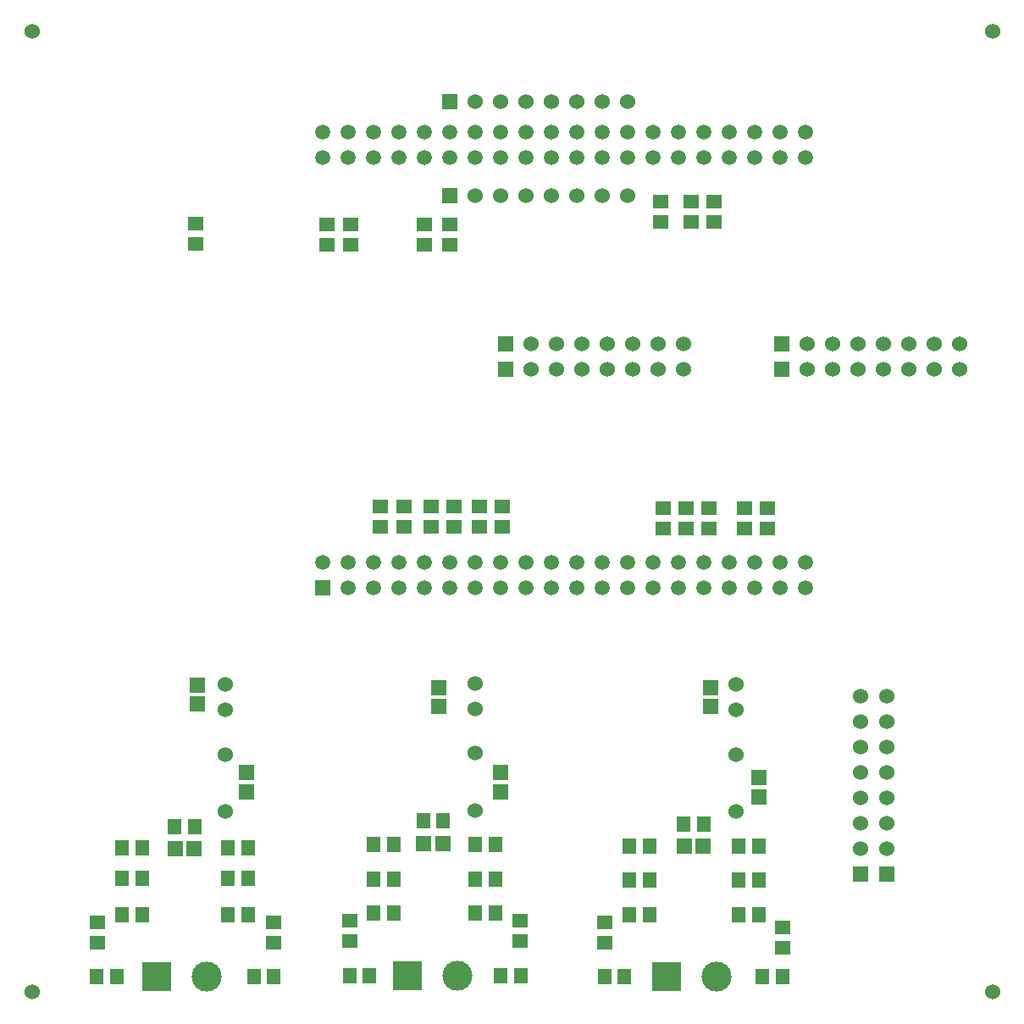
<source format=gbr>
G04 Layer_Color=255*
%FSLAX26Y26*%
%MOIN*%
%TF.FileFunction,Pads,Top*%
%TF.Part,Single*%
G01*
G75*
%TA.AperFunction,SMDPad,CuDef*%
%ADD10R,0.059055X0.055118*%
%ADD11R,0.055118X0.059055*%
%ADD12R,0.062992X0.059055*%
%ADD13R,0.059055X0.062992*%
%TA.AperFunction,ComponentPad*%
%ADD18C,0.060000*%
%ADD19R,0.060000X0.060000*%
%ADD20R,0.060000X0.060000*%
%ADD21R,0.059055X0.059055*%
%ADD22C,0.059055*%
%ADD23C,0.118110*%
%ADD24R,0.118110X0.118110*%
%TA.AperFunction,WasherPad*%
%ADD25C,0.060000*%
D10*
X1160000Y3019370D02*
D03*
Y2940630D02*
D03*
X1645000Y2940630D02*
D03*
Y3019370D02*
D03*
X645000Y3024370D02*
D03*
Y2945630D02*
D03*
X2475000Y3030630D02*
D03*
Y3109370D02*
D03*
X2595000Y3030630D02*
D03*
Y3109370D02*
D03*
X2685000Y3030630D02*
D03*
Y3109370D02*
D03*
X2485000Y1825630D02*
D03*
Y1904370D02*
D03*
X2665000Y1825000D02*
D03*
Y1903740D02*
D03*
X2575000Y1904370D02*
D03*
Y1825630D02*
D03*
X1760000Y1830630D02*
D03*
Y1909370D02*
D03*
X1850000Y1909370D02*
D03*
Y1830630D02*
D03*
X1570000Y1830630D02*
D03*
Y1909370D02*
D03*
X1660000Y1909370D02*
D03*
Y1830630D02*
D03*
X1370000Y1830630D02*
D03*
Y1909370D02*
D03*
X1465000Y1909370D02*
D03*
Y1830630D02*
D03*
X2805000Y1825630D02*
D03*
Y1904370D02*
D03*
X2895000Y1825630D02*
D03*
Y1904370D02*
D03*
X1921772Y279370D02*
D03*
Y200630D02*
D03*
X1249370Y279370D02*
D03*
Y200630D02*
D03*
X257461Y274370D02*
D03*
Y195630D02*
D03*
X949862Y274370D02*
D03*
Y195630D02*
D03*
X2954370Y254370D02*
D03*
Y175630D02*
D03*
X2255000Y274370D02*
D03*
Y195630D02*
D03*
X1545000Y3019370D02*
D03*
Y2940630D02*
D03*
X1255000Y3019370D02*
D03*
Y2940630D02*
D03*
D11*
X1540000Y675000D02*
D03*
X1618740D02*
D03*
X1745000Y310000D02*
D03*
X1823740D02*
D03*
X1823740Y445000D02*
D03*
X1745000D02*
D03*
X1745000Y580000D02*
D03*
X1823740D02*
D03*
X1923740Y65000D02*
D03*
X1845000D02*
D03*
X1424370Y580000D02*
D03*
X1345630D02*
D03*
X1345000Y445000D02*
D03*
X1423740D02*
D03*
X1423740Y310000D02*
D03*
X1345000D02*
D03*
X1250000Y65000D02*
D03*
X1328740D02*
D03*
X434370Y566067D02*
D03*
X355630D02*
D03*
X355630Y448933D02*
D03*
X434370D02*
D03*
X434370Y305000D02*
D03*
X355630D02*
D03*
X255492Y60000D02*
D03*
X334232D02*
D03*
X770630Y566067D02*
D03*
X849370D02*
D03*
X849370Y448933D02*
D03*
X770630D02*
D03*
X770630Y305000D02*
D03*
X849370D02*
D03*
X951831Y60000D02*
D03*
X873091D02*
D03*
X560630Y650000D02*
D03*
X639370D02*
D03*
X2565630Y660000D02*
D03*
X2644370D02*
D03*
X2954370Y60000D02*
D03*
X2875630D02*
D03*
X2780630Y305000D02*
D03*
X2859370D02*
D03*
X2859370Y440000D02*
D03*
X2780630D02*
D03*
X2780630Y575000D02*
D03*
X2859370D02*
D03*
X2253031Y60000D02*
D03*
X2331772D02*
D03*
X2429370Y305000D02*
D03*
X2350630D02*
D03*
X2350630Y440000D02*
D03*
X2429370D02*
D03*
X2429370Y575000D02*
D03*
X2350630D02*
D03*
D12*
X1844370Y787598D02*
D03*
Y862402D02*
D03*
X1600000Y1197402D02*
D03*
Y1122599D02*
D03*
X845000Y787598D02*
D03*
Y862402D02*
D03*
X2860000Y767598D02*
D03*
Y842402D02*
D03*
X2670000Y1197402D02*
D03*
Y1122599D02*
D03*
X650000Y1207402D02*
D03*
Y1132599D02*
D03*
D13*
X1541968Y585000D02*
D03*
X1616772D02*
D03*
X562598Y565000D02*
D03*
X637402D02*
D03*
X2566186Y575539D02*
D03*
X2640989D02*
D03*
D18*
X3260000Y665000D02*
D03*
Y565000D02*
D03*
Y1165000D02*
D03*
Y1065000D02*
D03*
Y965000D02*
D03*
Y865000D02*
D03*
Y765000D02*
D03*
X3365000Y665000D02*
D03*
Y565000D02*
D03*
Y1165000D02*
D03*
Y1065000D02*
D03*
Y965000D02*
D03*
Y865000D02*
D03*
Y765000D02*
D03*
X3250001Y2550000D02*
D03*
X3350001D02*
D03*
X3450001D02*
D03*
X3550001D02*
D03*
X3650001D02*
D03*
X3050001D02*
D03*
X3150001D02*
D03*
X3250001Y2450000D02*
D03*
X3350001D02*
D03*
X3450001D02*
D03*
X3550001D02*
D03*
X3650001D02*
D03*
X3050001D02*
D03*
X3150001D02*
D03*
X2165001Y2550000D02*
D03*
X2265001D02*
D03*
X2365001D02*
D03*
X2465001D02*
D03*
X2565001D02*
D03*
X1965001D02*
D03*
X2065001D02*
D03*
X2165001Y2450000D02*
D03*
X2265001D02*
D03*
X2365001D02*
D03*
X2465001D02*
D03*
X2565001D02*
D03*
X1965001D02*
D03*
X2065001D02*
D03*
X1744370Y715591D02*
D03*
Y940000D02*
D03*
Y1115591D02*
D03*
Y1215591D02*
D03*
X760000Y710591D02*
D03*
Y935000D02*
D03*
Y1110591D02*
D03*
Y1210591D02*
D03*
X2770000Y710591D02*
D03*
Y935000D02*
D03*
Y1110591D02*
D03*
Y1210591D02*
D03*
X1845000Y3135000D02*
D03*
X1745000D02*
D03*
X2345000D02*
D03*
X2245000D02*
D03*
X2145000D02*
D03*
X2045000D02*
D03*
X1945000D02*
D03*
X1845000Y3505000D02*
D03*
X1745000D02*
D03*
X2345000D02*
D03*
X2245000D02*
D03*
X2145000D02*
D03*
X2045000D02*
D03*
X1945000D02*
D03*
D19*
X3260000Y465000D02*
D03*
X3365000D02*
D03*
D20*
X2950001Y2550000D02*
D03*
Y2450000D02*
D03*
X1865001Y2550000D02*
D03*
Y2450000D02*
D03*
X1645000Y3135000D02*
D03*
Y3505000D02*
D03*
D21*
X1145000Y1590000D02*
D03*
D22*
X1245000D02*
D03*
X1345000D02*
D03*
X1445000D02*
D03*
X1545000D02*
D03*
X1645000D02*
D03*
X1745000D02*
D03*
X1845000D02*
D03*
X1945000D02*
D03*
X2045000D02*
D03*
X2145000D02*
D03*
X2245000D02*
D03*
X2345000D02*
D03*
X2445000D02*
D03*
X2545000D02*
D03*
X2645000D02*
D03*
X2745000D02*
D03*
X2845000D02*
D03*
X2945000D02*
D03*
X3045000D02*
D03*
X1145000Y1690000D02*
D03*
X1245000D02*
D03*
X1345000D02*
D03*
X1445000D02*
D03*
X1545000D02*
D03*
X1645000D02*
D03*
X1745000D02*
D03*
X1845000D02*
D03*
X1945000D02*
D03*
X2045000D02*
D03*
X2145000D02*
D03*
X2245000D02*
D03*
X2345000D02*
D03*
X2445000D02*
D03*
X2545000D02*
D03*
X2645000D02*
D03*
X2745000D02*
D03*
X2845000D02*
D03*
X2945000D02*
D03*
X3045000D02*
D03*
X1145000Y3282913D02*
D03*
X3045000Y3382913D02*
D03*
X2945000D02*
D03*
X2845000D02*
D03*
X2745000D02*
D03*
X2645000D02*
D03*
X2545000D02*
D03*
X2445000D02*
D03*
X2345000D02*
D03*
X2245000D02*
D03*
X2145000D02*
D03*
X2045000D02*
D03*
X1945000D02*
D03*
X1845000D02*
D03*
X1745000D02*
D03*
X1645000D02*
D03*
X1545000D02*
D03*
X1445000D02*
D03*
X1345000D02*
D03*
X1245000D02*
D03*
X1145000D02*
D03*
X3045000Y3282913D02*
D03*
X2945000D02*
D03*
X2845000D02*
D03*
X2745000D02*
D03*
X2645000D02*
D03*
X2545000D02*
D03*
X2445000D02*
D03*
X2345000D02*
D03*
X2245000D02*
D03*
X2145000D02*
D03*
X2045000D02*
D03*
X1945000D02*
D03*
X1845000D02*
D03*
X1745000D02*
D03*
X1645000D02*
D03*
X1545000D02*
D03*
X1445000D02*
D03*
X1345000D02*
D03*
X1245000D02*
D03*
D23*
X2693425Y60000D02*
D03*
X1672795Y65000D02*
D03*
X688425Y60000D02*
D03*
D24*
X2496575D02*
D03*
X1475945Y65000D02*
D03*
X491575Y60000D02*
D03*
D25*
X3779527Y3779528D02*
D03*
Y-0D02*
D03*
X1Y3779528D02*
D03*
Y-0D02*
D03*
%TF.MD5,f87bcbf0e0a66ced44a563af3967c699*%
M02*

</source>
